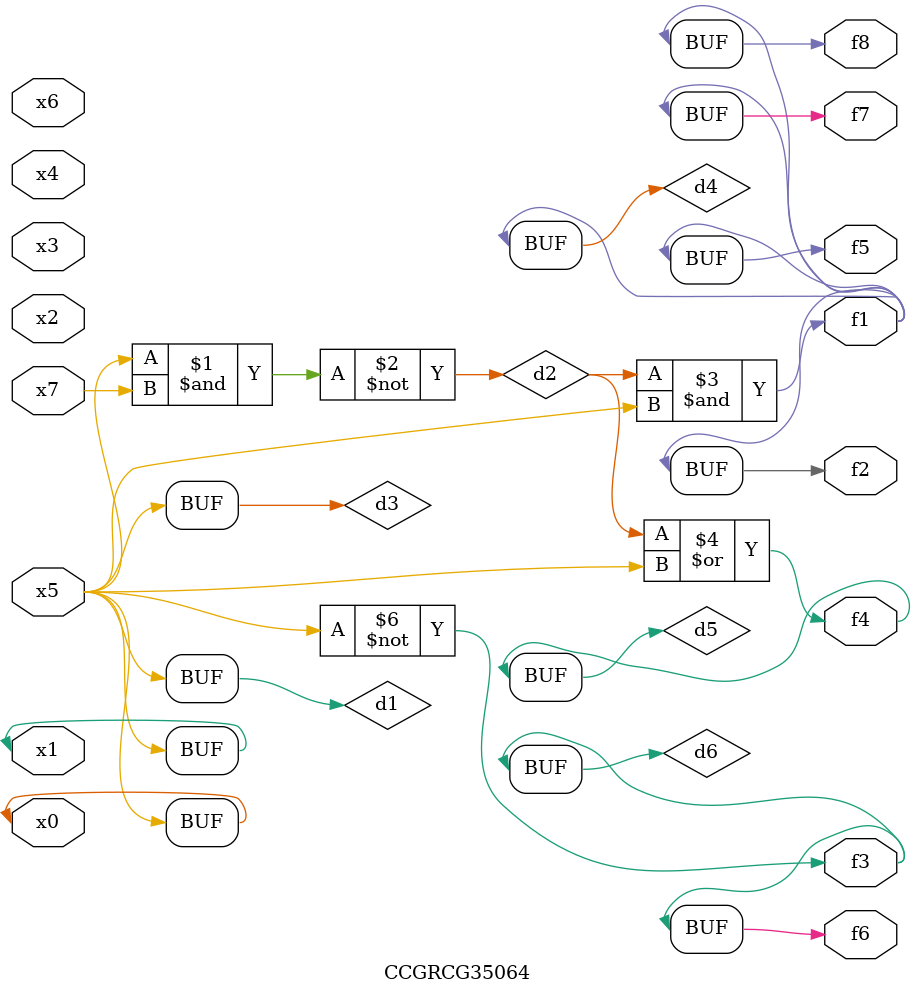
<source format=v>
module CCGRCG35064(
	input x0, x1, x2, x3, x4, x5, x6, x7,
	output f1, f2, f3, f4, f5, f6, f7, f8
);

	wire d1, d2, d3, d4, d5, d6;

	buf (d1, x0, x5);
	nand (d2, x5, x7);
	buf (d3, x0, x1);
	and (d4, d2, d3);
	or (d5, d2, d3);
	nor (d6, d1, d3);
	assign f1 = d4;
	assign f2 = d4;
	assign f3 = d6;
	assign f4 = d5;
	assign f5 = d4;
	assign f6 = d6;
	assign f7 = d4;
	assign f8 = d4;
endmodule

</source>
